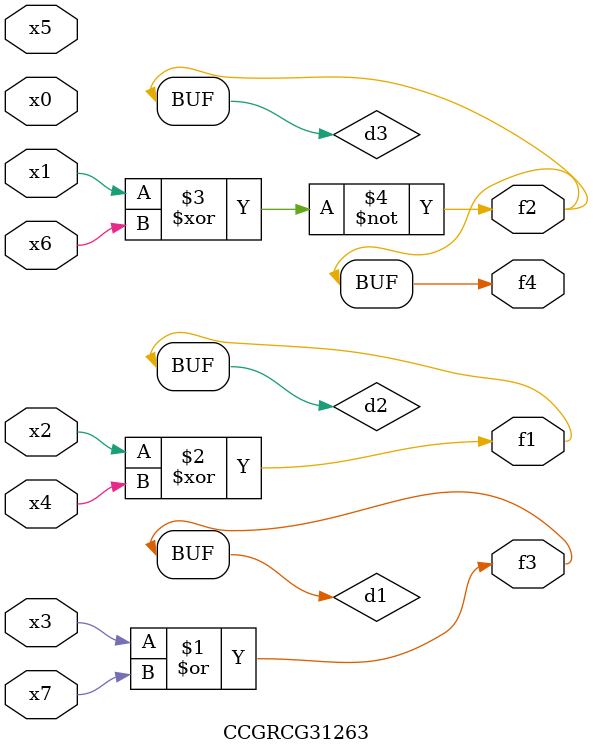
<source format=v>
module CCGRCG31263(
	input x0, x1, x2, x3, x4, x5, x6, x7,
	output f1, f2, f3, f4
);

	wire d1, d2, d3;

	or (d1, x3, x7);
	xor (d2, x2, x4);
	xnor (d3, x1, x6);
	assign f1 = d2;
	assign f2 = d3;
	assign f3 = d1;
	assign f4 = d3;
endmodule

</source>
